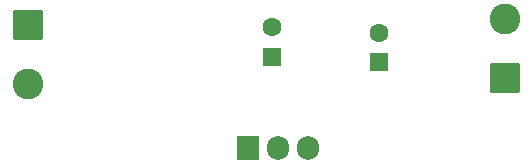
<source format=gbr>
%TF.GenerationSoftware,KiCad,Pcbnew,9.0.6*%
%TF.CreationDate,2025-11-21T23:30:09+05:30*%
%TF.ProjectId,charger_circuit,63686172-6765-4725-9f63-697263756974,rev?*%
%TF.SameCoordinates,Original*%
%TF.FileFunction,Soldermask,Bot*%
%TF.FilePolarity,Negative*%
%FSLAX46Y46*%
G04 Gerber Fmt 4.6, Leading zero omitted, Abs format (unit mm)*
G04 Created by KiCad (PCBNEW 9.0.6) date 2025-11-21 23:30:09*
%MOMM*%
%LPD*%
G01*
G04 APERTURE LIST*
G04 Aperture macros list*
%AMRoundRect*
0 Rectangle with rounded corners*
0 $1 Rounding radius*
0 $2 $3 $4 $5 $6 $7 $8 $9 X,Y pos of 4 corners*
0 Add a 4 corners polygon primitive as box body*
4,1,4,$2,$3,$4,$5,$6,$7,$8,$9,$2,$3,0*
0 Add four circle primitives for the rounded corners*
1,1,$1+$1,$2,$3*
1,1,$1+$1,$4,$5*
1,1,$1+$1,$6,$7*
1,1,$1+$1,$8,$9*
0 Add four rect primitives between the rounded corners*
20,1,$1+$1,$2,$3,$4,$5,0*
20,1,$1+$1,$4,$5,$6,$7,0*
20,1,$1+$1,$6,$7,$8,$9,0*
20,1,$1+$1,$8,$9,$2,$3,0*%
G04 Aperture macros list end*
%ADD10R,1.905000X2.000000*%
%ADD11O,1.905000X2.000000*%
%ADD12RoundRect,0.250000X1.050000X-1.050000X1.050000X1.050000X-1.050000X1.050000X-1.050000X-1.050000X0*%
%ADD13C,2.600000*%
%ADD14RoundRect,0.250000X-1.050000X1.050000X-1.050000X-1.050000X1.050000X-1.050000X1.050000X1.050000X0*%
%ADD15RoundRect,0.250000X0.550000X-0.550000X0.550000X0.550000X-0.550000X0.550000X-0.550000X-0.550000X0*%
%ADD16C,1.600000*%
G04 APERTURE END LIST*
D10*
%TO.C,U1*%
X60960000Y-48950000D03*
D11*
X63500000Y-48950000D03*
X66040000Y-48950000D03*
%TD*%
D12*
%TO.C,J2*%
X82672500Y-43000000D03*
D13*
X82672500Y-38000000D03*
%TD*%
D14*
%TO.C,J1*%
X42327500Y-38500000D03*
D13*
X42327500Y-43500000D03*
%TD*%
D15*
%TO.C,C2*%
X72000000Y-41682380D03*
D16*
X72000000Y-39182380D03*
%TD*%
D15*
%TO.C,C1*%
X63000000Y-41182380D03*
D16*
X63000000Y-38682380D03*
%TD*%
M02*

</source>
